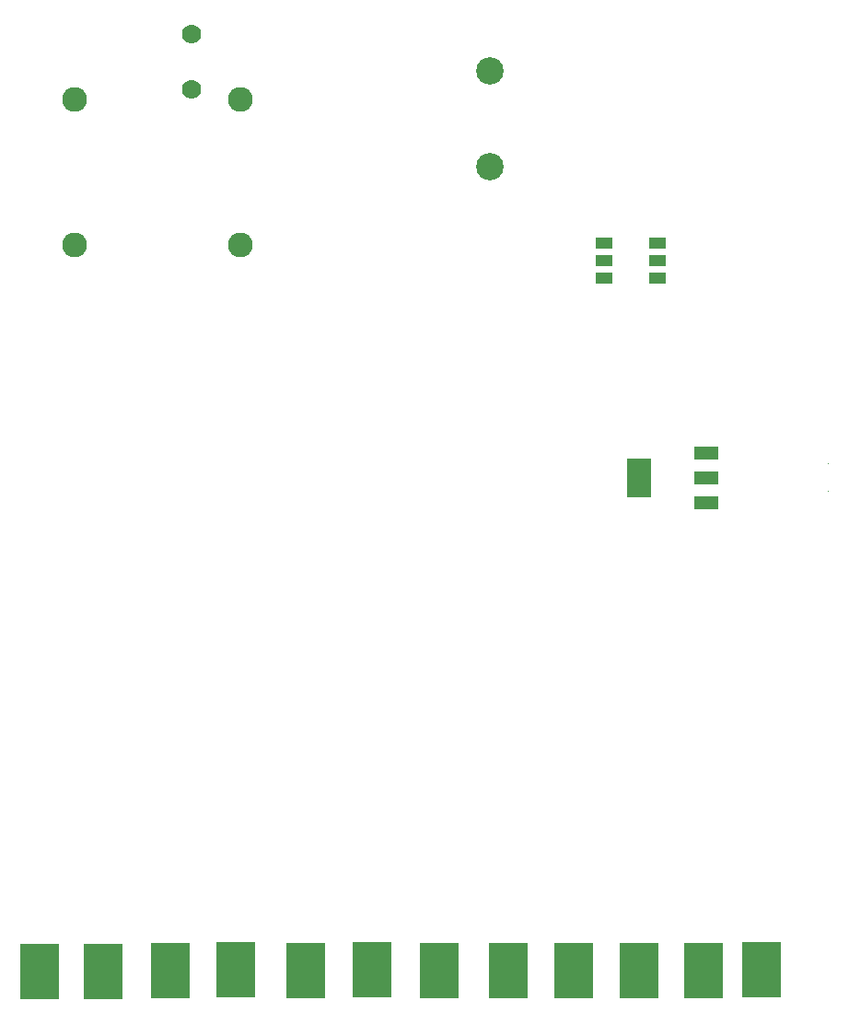
<source format=gtp>
G04 MADE WITH FRITZING*
G04 WWW.FRITZING.ORG*
G04 DOUBLE SIDED*
G04 HOLES PLATED*
G04 CONTOUR ON CENTER OF CONTOUR VECTOR*
%ASAXBY*%
%FSLAX23Y23*%
%MOIN*%
%OFA0B0*%
%SFA1.0B1.0*%
%ADD10C,0.090000*%
%ADD11C,0.070000*%
%ADD12C,0.098740*%
%ADD13R,0.000156X0.000156*%
%ADD14R,0.088000X0.048000*%
%ADD15R,0.086614X0.141732*%
%ADD16R,0.059056X0.039361*%
%ADD17R,0.059056X0.039389*%
%ADD18R,0.059056X0.039375*%
%ADD19R,0.139031X0.201451*%
%ADD20R,0.001000X0.001000*%
%LNPASTEMASK1*%
G90*
G70*
G54D10*
X207Y3267D03*
X807Y3267D03*
X807Y2742D03*
X207Y2742D03*
G54D11*
X632Y3304D03*
X632Y3504D03*
G54D10*
X207Y3267D03*
X807Y3267D03*
X807Y2742D03*
X207Y2742D03*
G54D11*
X632Y3304D03*
X632Y3504D03*
G54D12*
X1709Y3025D03*
X1709Y3371D03*
X1709Y3025D03*
X1709Y3371D03*
G54D13*
X2937Y1847D03*
X2937Y1947D03*
G54D14*
X2493Y1807D03*
X2493Y1898D03*
X2493Y1989D03*
G54D15*
X2249Y1898D03*
G54D16*
X2125Y2747D03*
G54D17*
X2125Y2684D03*
G54D18*
X2125Y2621D03*
X2318Y2621D03*
G54D17*
X2318Y2684D03*
G54D16*
X2318Y2747D03*
G54D19*
X1527Y115D03*
X1776Y115D03*
X2694Y117D03*
X2483Y114D03*
X2015Y114D03*
X2250Y114D03*
X80Y110D03*
X312Y110D03*
X554Y113D03*
X1283Y118D03*
X790Y117D03*
X1043Y116D03*
G54D20*
D02*
G04 End of PasteMask1*
M02*
</source>
